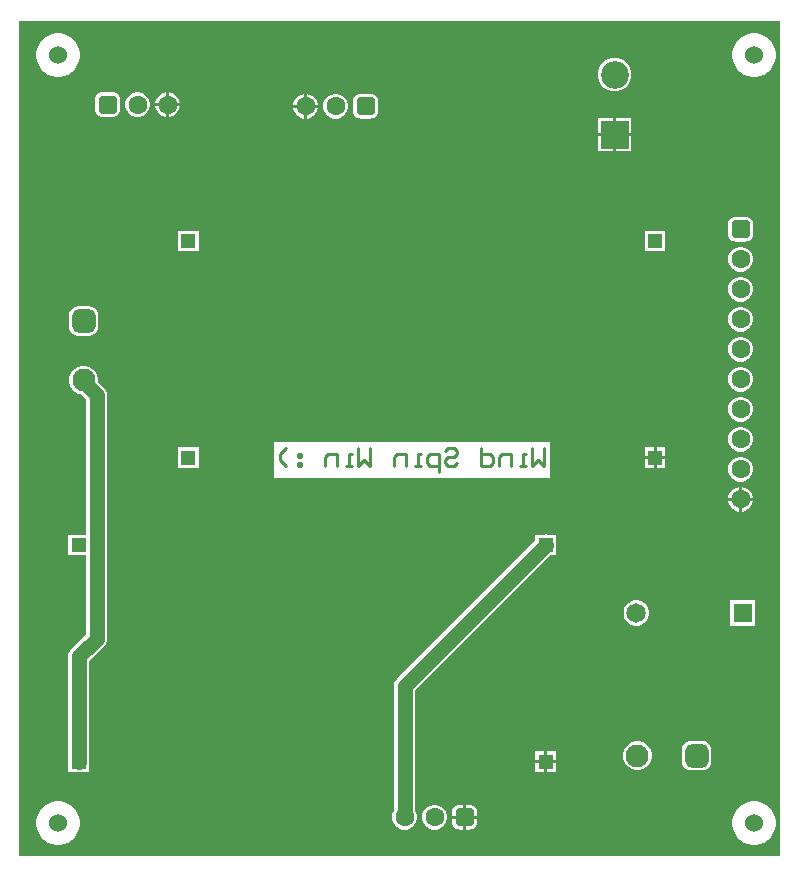
<source format=gbr>
%TF.GenerationSoftware,Altium Limited,Altium Designer,24.10.1 (45)*%
G04 Layer_Physical_Order=2*
G04 Layer_Color=16711680*
%FSLAX45Y45*%
%MOMM*%
%TF.SameCoordinates,1B4FBE81-C601-4199-8564-D531C79600A2*%
%TF.FilePolarity,Positive*%
%TF.FileFunction,Copper,L2,Bot,Signal*%
%TF.Part,Single*%
G01*
G75*
%TA.AperFunction,Conductor*%
%ADD10C,1.27000*%
%TA.AperFunction,NonConductor*%
%ADD11C,0.25400*%
%TA.AperFunction,WasherPad*%
%ADD12C,1.52400*%
%TA.AperFunction,ComponentPad*%
%ADD13C,1.60000*%
G04:AMPARAMS|DCode=14|XSize=1.6mm|YSize=1.6mm|CornerRadius=0.4mm|HoleSize=0mm|Usage=FLASHONLY|Rotation=270.000|XOffset=0mm|YOffset=0mm|HoleType=Round|Shape=RoundedRectangle|*
%AMROUNDEDRECTD14*
21,1,1.60000,0.80000,0,0,270.0*
21,1,0.80000,1.60000,0,0,270.0*
1,1,0.80000,-0.40000,-0.40000*
1,1,0.80000,-0.40000,0.40000*
1,1,0.80000,0.40000,0.40000*
1,1,0.80000,0.40000,-0.40000*
%
%ADD14ROUNDEDRECTD14*%
%ADD15R,1.24000X1.24000*%
%ADD16C,1.95000*%
G04:AMPARAMS|DCode=17|XSize=1.95mm|YSize=1.95mm|CornerRadius=0.4875mm|HoleSize=0mm|Usage=FLASHONLY|Rotation=180.000|XOffset=0mm|YOffset=0mm|HoleType=Round|Shape=RoundedRectangle|*
%AMROUNDEDRECTD17*
21,1,1.95000,0.97500,0,0,180.0*
21,1,0.97500,1.95000,0,0,180.0*
1,1,0.97500,-0.48750,0.48750*
1,1,0.97500,0.48750,0.48750*
1,1,0.97500,0.48750,-0.48750*
1,1,0.97500,-0.48750,-0.48750*
%
%ADD17ROUNDEDRECTD17*%
G04:AMPARAMS|DCode=18|XSize=1.95mm|YSize=1.95mm|CornerRadius=0.4875mm|HoleSize=0mm|Usage=FLASHONLY|Rotation=270.000|XOffset=0mm|YOffset=0mm|HoleType=Round|Shape=RoundedRectangle|*
%AMROUNDEDRECTD18*
21,1,1.95000,0.97500,0,0,270.0*
21,1,0.97500,1.95000,0,0,270.0*
1,1,0.97500,-0.48750,-0.48750*
1,1,0.97500,-0.48750,0.48750*
1,1,0.97500,0.48750,0.48750*
1,1,0.97500,0.48750,-0.48750*
%
%ADD18ROUNDEDRECTD18*%
G04:AMPARAMS|DCode=19|XSize=1.6mm|YSize=1.6mm|CornerRadius=0.4mm|HoleSize=0mm|Usage=FLASHONLY|Rotation=180.000|XOffset=0mm|YOffset=0mm|HoleType=Round|Shape=RoundedRectangle|*
%AMROUNDEDRECTD19*
21,1,1.60000,0.80000,0,0,180.0*
21,1,0.80000,1.60000,0,0,180.0*
1,1,0.80000,-0.40000,0.40000*
1,1,0.80000,0.40000,0.40000*
1,1,0.80000,0.40000,-0.40000*
1,1,0.80000,-0.40000,-0.40000*
%
%ADD19ROUNDEDRECTD19*%
%ADD20R,2.35000X2.35000*%
%ADD21C,2.35000*%
%ADD22R,1.65000X1.65000*%
%ADD23C,1.65000*%
G36*
X6438900Y0D02*
X0D01*
Y7073900D01*
X6438900D01*
Y0D01*
D02*
G37*
%LPC*%
G36*
X6241260Y6967200D02*
X6204740D01*
X6168921Y6960075D01*
X6135180Y6946099D01*
X6104814Y6925810D01*
X6078990Y6899986D01*
X6058701Y6869620D01*
X6044725Y6835879D01*
X6037600Y6800060D01*
Y6763540D01*
X6044725Y6727721D01*
X6058701Y6693980D01*
X6078990Y6663614D01*
X6104814Y6637790D01*
X6135180Y6617501D01*
X6168921Y6603525D01*
X6204740Y6596400D01*
X6241260D01*
X6277079Y6603525D01*
X6310820Y6617501D01*
X6341186Y6637790D01*
X6367010Y6663614D01*
X6387299Y6693980D01*
X6401275Y6727721D01*
X6408400Y6763540D01*
Y6800060D01*
X6401275Y6835879D01*
X6387299Y6869620D01*
X6367010Y6899986D01*
X6341186Y6925810D01*
X6310820Y6946099D01*
X6277079Y6960075D01*
X6241260Y6967200D01*
D02*
G37*
G36*
X348460D02*
X311940D01*
X276121Y6960075D01*
X242380Y6946099D01*
X212014Y6925810D01*
X186190Y6899986D01*
X165901Y6869620D01*
X151925Y6835879D01*
X144800Y6800060D01*
Y6763540D01*
X151925Y6727721D01*
X165901Y6693980D01*
X186190Y6663614D01*
X212014Y6637790D01*
X242380Y6617501D01*
X276121Y6603525D01*
X311940Y6596400D01*
X348460D01*
X384279Y6603525D01*
X418020Y6617501D01*
X448386Y6637790D01*
X474210Y6663614D01*
X494499Y6693980D01*
X508475Y6727721D01*
X515600Y6763540D01*
Y6800060D01*
X508475Y6835879D01*
X494499Y6869620D01*
X474210Y6899986D01*
X448386Y6925810D01*
X418020Y6946099D01*
X384279Y6960075D01*
X348460Y6967200D01*
D02*
G37*
G36*
X5060713Y6759600D02*
X5023087D01*
X4986743Y6749862D01*
X4954157Y6731049D01*
X4927551Y6704443D01*
X4908738Y6671857D01*
X4899000Y6635513D01*
Y6597887D01*
X4908738Y6561543D01*
X4927551Y6528957D01*
X4954157Y6502351D01*
X4986743Y6483538D01*
X5023087Y6473800D01*
X5060713D01*
X5097057Y6483538D01*
X5129643Y6502351D01*
X5156249Y6528957D01*
X5175062Y6561543D01*
X5184800Y6597887D01*
Y6635513D01*
X5175062Y6671857D01*
X5156249Y6704443D01*
X5129643Y6731049D01*
X5097057Y6749862D01*
X5060713Y6759600D01*
D02*
G37*
G36*
X1271176Y6468100D02*
X1270000D01*
Y6375400D01*
X1362700D01*
Y6376576D01*
X1355517Y6403383D01*
X1341641Y6427417D01*
X1322017Y6447041D01*
X1297983Y6460917D01*
X1271176Y6468100D01*
D02*
G37*
G36*
X1244600D02*
X1243424D01*
X1216617Y6460917D01*
X1192583Y6447041D01*
X1172959Y6427417D01*
X1159083Y6403383D01*
X1151900Y6376576D01*
Y6375400D01*
X1244600D01*
Y6468100D01*
D02*
G37*
G36*
X2439576Y6455400D02*
X2438400D01*
Y6362700D01*
X2531100D01*
Y6363876D01*
X2523917Y6390683D01*
X2510041Y6414717D01*
X2490417Y6434341D01*
X2466383Y6448217D01*
X2439576Y6455400D01*
D02*
G37*
G36*
X2413000D02*
X2411824D01*
X2385017Y6448217D01*
X2360983Y6434341D01*
X2341359Y6414717D01*
X2327483Y6390683D01*
X2320300Y6363876D01*
Y6362700D01*
X2413000D01*
Y6455400D01*
D02*
G37*
G36*
X1362700Y6350000D02*
X1270000D01*
Y6257300D01*
X1271176D01*
X1297983Y6264483D01*
X1322017Y6278359D01*
X1341641Y6297983D01*
X1355517Y6322017D01*
X1362700Y6348824D01*
Y6350000D01*
D02*
G37*
G36*
X1244600D02*
X1151900D01*
Y6348824D01*
X1159083Y6322017D01*
X1172959Y6297983D01*
X1192583Y6278359D01*
X1216617Y6264483D01*
X1243424Y6257300D01*
X1244600D01*
Y6350000D01*
D02*
G37*
G36*
X1017176Y6468100D02*
X989424D01*
X962617Y6460917D01*
X938583Y6447041D01*
X918959Y6427417D01*
X905083Y6403383D01*
X897900Y6376576D01*
Y6348824D01*
X905083Y6322017D01*
X918959Y6297983D01*
X938583Y6278359D01*
X962617Y6264483D01*
X989424Y6257300D01*
X1017176D01*
X1043983Y6264483D01*
X1068017Y6278359D01*
X1087641Y6297983D01*
X1101517Y6322017D01*
X1108700Y6348824D01*
Y6376576D01*
X1101517Y6403383D01*
X1087641Y6427417D01*
X1068017Y6447041D01*
X1043983Y6460917D01*
X1017176Y6468100D01*
D02*
G37*
G36*
X789300Y6468664D02*
X709300D01*
X692227Y6466417D01*
X676318Y6459827D01*
X662656Y6449344D01*
X652173Y6435682D01*
X645583Y6419773D01*
X643336Y6402700D01*
Y6322700D01*
X645583Y6305627D01*
X652173Y6289718D01*
X662656Y6276056D01*
X676318Y6265573D01*
X692227Y6258983D01*
X709300Y6256736D01*
X789300D01*
X806373Y6258983D01*
X822282Y6265573D01*
X835944Y6276056D01*
X846427Y6289718D01*
X853017Y6305627D01*
X855264Y6322700D01*
Y6402700D01*
X853017Y6419773D01*
X846427Y6435682D01*
X835944Y6449344D01*
X822282Y6459827D01*
X806373Y6466417D01*
X789300Y6468664D01*
D02*
G37*
G36*
X2693576Y6455400D02*
X2665824D01*
X2639017Y6448217D01*
X2614983Y6434341D01*
X2595359Y6414717D01*
X2581483Y6390683D01*
X2574300Y6363876D01*
Y6336124D01*
X2581483Y6309317D01*
X2595359Y6285283D01*
X2614983Y6265659D01*
X2639017Y6251783D01*
X2665824Y6244600D01*
X2693576D01*
X2720383Y6251783D01*
X2744417Y6265659D01*
X2764041Y6285283D01*
X2777917Y6309317D01*
X2785100Y6336124D01*
Y6363876D01*
X2777917Y6390683D01*
X2764041Y6414717D01*
X2744417Y6434341D01*
X2720383Y6448217D01*
X2693576Y6455400D01*
D02*
G37*
G36*
X2531100Y6337300D02*
X2438400D01*
Y6244600D01*
X2439576D01*
X2466383Y6251783D01*
X2490417Y6265659D01*
X2510041Y6285283D01*
X2523917Y6309317D01*
X2531100Y6336124D01*
Y6337300D01*
D02*
G37*
G36*
X2413000D02*
X2320300D01*
Y6336124D01*
X2327483Y6309317D01*
X2341359Y6285283D01*
X2360983Y6265659D01*
X2385017Y6251783D01*
X2411824Y6244600D01*
X2413000D01*
Y6337300D01*
D02*
G37*
G36*
X2973700Y6455964D02*
X2893700D01*
X2876627Y6453717D01*
X2860718Y6447127D01*
X2847056Y6436644D01*
X2836573Y6422982D01*
X2829983Y6407073D01*
X2827736Y6390000D01*
Y6310000D01*
X2829983Y6292927D01*
X2836573Y6277018D01*
X2847056Y6263356D01*
X2860718Y6252873D01*
X2876627Y6246283D01*
X2893700Y6244036D01*
X2973700D01*
X2990773Y6246283D01*
X3006682Y6252873D01*
X3020344Y6263356D01*
X3030827Y6277018D01*
X3037417Y6292927D01*
X3039664Y6310000D01*
Y6390000D01*
X3037417Y6407073D01*
X3030827Y6422982D01*
X3020344Y6436644D01*
X3006682Y6447127D01*
X2990773Y6453717D01*
X2973700Y6455964D01*
D02*
G37*
G36*
X5184800Y6251600D02*
X5054600D01*
Y6121400D01*
X5184800D01*
Y6251600D01*
D02*
G37*
G36*
X5029200D02*
X4899000D01*
Y6121400D01*
X5029200D01*
Y6251600D01*
D02*
G37*
G36*
X5184800Y6096000D02*
X5054600D01*
Y5965800D01*
X5184800D01*
Y6096000D01*
D02*
G37*
G36*
X5029200D02*
X4899000D01*
Y5965800D01*
X5029200D01*
Y6096000D01*
D02*
G37*
G36*
X6148700Y5414564D02*
X6068700D01*
X6051627Y5412317D01*
X6035718Y5405727D01*
X6022056Y5395244D01*
X6011573Y5381582D01*
X6004983Y5365673D01*
X6002736Y5348600D01*
Y5268600D01*
X6004983Y5251527D01*
X6011573Y5235618D01*
X6022056Y5221956D01*
X6035718Y5211473D01*
X6051627Y5204883D01*
X6068700Y5202636D01*
X6148700D01*
X6165773Y5204883D01*
X6181682Y5211473D01*
X6195344Y5221956D01*
X6205827Y5235618D01*
X6212417Y5251527D01*
X6214664Y5268600D01*
Y5348600D01*
X6212417Y5365673D01*
X6205827Y5381582D01*
X6195344Y5395244D01*
X6181682Y5405727D01*
X6165773Y5412317D01*
X6148700Y5414564D01*
D02*
G37*
G36*
X5472200Y5294400D02*
X5297400D01*
Y5119600D01*
X5472200D01*
Y5294400D01*
D02*
G37*
G36*
X1519960D02*
X1345160D01*
Y5119600D01*
X1519960D01*
Y5294400D01*
D02*
G37*
G36*
X6122576Y5160000D02*
X6094824D01*
X6068017Y5152817D01*
X6043983Y5138941D01*
X6024359Y5119317D01*
X6010483Y5095283D01*
X6003300Y5068476D01*
Y5040724D01*
X6010483Y5013917D01*
X6024359Y4989883D01*
X6043983Y4970259D01*
X6068017Y4956383D01*
X6094824Y4949200D01*
X6122576D01*
X6149383Y4956383D01*
X6173417Y4970259D01*
X6193041Y4989883D01*
X6206917Y5013917D01*
X6214100Y5040724D01*
Y5068476D01*
X6206917Y5095283D01*
X6193041Y5119317D01*
X6173417Y5138941D01*
X6149383Y5152817D01*
X6122576Y5160000D01*
D02*
G37*
G36*
Y4906000D02*
X6094824D01*
X6068017Y4898817D01*
X6043983Y4884941D01*
X6024359Y4865317D01*
X6010483Y4841283D01*
X6003300Y4814476D01*
Y4786724D01*
X6010483Y4759917D01*
X6024359Y4735883D01*
X6043983Y4716259D01*
X6068017Y4702383D01*
X6094824Y4695200D01*
X6122576D01*
X6149383Y4702383D01*
X6173417Y4716259D01*
X6193041Y4735883D01*
X6206917Y4759917D01*
X6214100Y4786724D01*
Y4814476D01*
X6206917Y4841283D01*
X6193041Y4865317D01*
X6173417Y4884941D01*
X6149383Y4898817D01*
X6122576Y4906000D01*
D02*
G37*
G36*
Y4652000D02*
X6094824D01*
X6068017Y4644817D01*
X6043983Y4630941D01*
X6024359Y4611317D01*
X6010483Y4587283D01*
X6003300Y4560476D01*
Y4532724D01*
X6010483Y4505917D01*
X6024359Y4481883D01*
X6043983Y4462259D01*
X6068017Y4448383D01*
X6094824Y4441200D01*
X6122576D01*
X6149383Y4448383D01*
X6173417Y4462259D01*
X6193041Y4481883D01*
X6206917Y4505917D01*
X6214100Y4532724D01*
Y4560476D01*
X6206917Y4587283D01*
X6193041Y4611317D01*
X6173417Y4630941D01*
X6149383Y4644817D01*
X6122576Y4652000D01*
D02*
G37*
G36*
X594850Y4653439D02*
X497350D01*
X477993Y4650891D01*
X459955Y4643419D01*
X444466Y4631534D01*
X432580Y4616044D01*
X425109Y4598007D01*
X422560Y4578649D01*
Y4481150D01*
X425109Y4461792D01*
X432580Y4443755D01*
X444466Y4428265D01*
X459955Y4416380D01*
X477993Y4408908D01*
X497350Y4406360D01*
X594850D01*
X614207Y4408908D01*
X632245Y4416380D01*
X647734Y4428265D01*
X659620Y4443755D01*
X667091Y4461792D01*
X669640Y4481150D01*
Y4578649D01*
X667091Y4598007D01*
X659620Y4616044D01*
X647734Y4631534D01*
X632245Y4643419D01*
X614207Y4650891D01*
X594850Y4653439D01*
D02*
G37*
G36*
X6122576Y4398000D02*
X6094824D01*
X6068017Y4390817D01*
X6043983Y4376941D01*
X6024359Y4357317D01*
X6010483Y4333283D01*
X6003300Y4306476D01*
Y4278724D01*
X6010483Y4251917D01*
X6024359Y4227883D01*
X6043983Y4208259D01*
X6068017Y4194383D01*
X6094824Y4187200D01*
X6122576D01*
X6149383Y4194383D01*
X6173417Y4208259D01*
X6193041Y4227883D01*
X6206917Y4251917D01*
X6214100Y4278724D01*
Y4306476D01*
X6206917Y4333283D01*
X6193041Y4357317D01*
X6173417Y4376941D01*
X6149383Y4390817D01*
X6122576Y4398000D01*
D02*
G37*
G36*
Y4144000D02*
X6094824D01*
X6068017Y4136817D01*
X6043983Y4122941D01*
X6024359Y4103317D01*
X6010483Y4079283D01*
X6003300Y4052476D01*
Y4024724D01*
X6010483Y3997917D01*
X6024359Y3973883D01*
X6043983Y3954259D01*
X6068017Y3940383D01*
X6094824Y3933200D01*
X6122576D01*
X6149383Y3940383D01*
X6173417Y3954259D01*
X6193041Y3973883D01*
X6206917Y3997917D01*
X6214100Y4024724D01*
Y4052476D01*
X6206917Y4079283D01*
X6193041Y4103317D01*
X6173417Y4122941D01*
X6149383Y4136817D01*
X6122576Y4144000D01*
D02*
G37*
G36*
Y3890000D02*
X6094824D01*
X6068017Y3882817D01*
X6043983Y3868941D01*
X6024359Y3849317D01*
X6010483Y3825283D01*
X6003300Y3798476D01*
Y3770724D01*
X6010483Y3743917D01*
X6024359Y3719883D01*
X6043983Y3700259D01*
X6068017Y3686383D01*
X6094824Y3679200D01*
X6122576D01*
X6149383Y3686383D01*
X6173417Y3700259D01*
X6193041Y3719883D01*
X6206917Y3743917D01*
X6214100Y3770724D01*
Y3798476D01*
X6206917Y3825283D01*
X6193041Y3849317D01*
X6173417Y3868941D01*
X6149383Y3882817D01*
X6122576Y3890000D01*
D02*
G37*
G36*
Y3636000D02*
X6094824D01*
X6068017Y3628817D01*
X6043983Y3614941D01*
X6024359Y3595317D01*
X6010483Y3571283D01*
X6003300Y3544476D01*
Y3516724D01*
X6010483Y3489917D01*
X6024359Y3465883D01*
X6043983Y3446259D01*
X6068017Y3432383D01*
X6094824Y3425200D01*
X6122576D01*
X6149383Y3432383D01*
X6173417Y3446259D01*
X6193041Y3465883D01*
X6206917Y3489917D01*
X6214100Y3516724D01*
Y3544476D01*
X6206917Y3571283D01*
X6193041Y3595317D01*
X6173417Y3614941D01*
X6149383Y3628817D01*
X6122576Y3636000D01*
D02*
G37*
G36*
X5472200Y3460520D02*
X5397500D01*
Y3385820D01*
X5472200D01*
Y3460520D01*
D02*
G37*
G36*
X5372100D02*
X5297400D01*
Y3385820D01*
X5372100D01*
Y3460520D01*
D02*
G37*
G36*
X5472200Y3360420D02*
X5397500D01*
Y3285720D01*
X5472200D01*
Y3360420D01*
D02*
G37*
G36*
X5372100D02*
X5297400D01*
Y3285720D01*
X5372100D01*
Y3360420D01*
D02*
G37*
G36*
X1519960Y3460520D02*
X1345160D01*
Y3285720D01*
X1519960D01*
Y3460520D01*
D02*
G37*
G36*
X4495800Y3505134D02*
X2159723D01*
Y3200400D01*
X4495800D01*
Y3505134D01*
D02*
G37*
G36*
X6122576Y3382000D02*
X6094824D01*
X6068017Y3374817D01*
X6043983Y3360941D01*
X6024359Y3341317D01*
X6010483Y3317283D01*
X6003300Y3290476D01*
Y3262724D01*
X6010483Y3235917D01*
X6024359Y3211883D01*
X6043983Y3192259D01*
X6068017Y3178383D01*
X6094824Y3171200D01*
X6122576D01*
X6149383Y3178383D01*
X6173417Y3192259D01*
X6193041Y3211883D01*
X6206917Y3235917D01*
X6214100Y3262724D01*
Y3290476D01*
X6206917Y3317283D01*
X6193041Y3341317D01*
X6173417Y3360941D01*
X6149383Y3374817D01*
X6122576Y3382000D01*
D02*
G37*
G36*
Y3128000D02*
X6121400D01*
Y3035300D01*
X6214100D01*
Y3036476D01*
X6206917Y3063283D01*
X6193041Y3087317D01*
X6173417Y3106941D01*
X6149383Y3120817D01*
X6122576Y3128000D01*
D02*
G37*
G36*
X6096000D02*
X6094824D01*
X6068017Y3120817D01*
X6043983Y3106941D01*
X6024359Y3087317D01*
X6010483Y3063283D01*
X6003300Y3036476D01*
Y3035300D01*
X6096000D01*
Y3128000D01*
D02*
G37*
G36*
X6214100Y3009900D02*
X6121400D01*
Y2917200D01*
X6122576D01*
X6149383Y2924383D01*
X6173417Y2938259D01*
X6193041Y2957883D01*
X6206917Y2981917D01*
X6214100Y3008724D01*
Y3009900D01*
D02*
G37*
G36*
X6096000D02*
X6003300D01*
Y3008724D01*
X6010483Y2981917D01*
X6024359Y2957883D01*
X6043983Y2938259D01*
X6068017Y2924383D01*
X6094824Y2917200D01*
X6096000D01*
Y3009900D01*
D02*
G37*
G36*
X6234800Y2165300D02*
X6019000D01*
Y1949500D01*
X6234800D01*
Y2165300D01*
D02*
G37*
G36*
X5241105D02*
X5212695D01*
X5185252Y2157947D01*
X5160648Y2143741D01*
X5140558Y2123652D01*
X5126353Y2099048D01*
X5119000Y2071605D01*
Y2043195D01*
X5126353Y2015752D01*
X5140558Y1991148D01*
X5160648Y1971059D01*
X5185252Y1956853D01*
X5212695Y1949500D01*
X5241105D01*
X5268548Y1956853D01*
X5293152Y1971059D01*
X5313241Y1991148D01*
X5327447Y2015752D01*
X5334800Y2043195D01*
Y2071605D01*
X5327447Y2099048D01*
X5313241Y2123652D01*
X5293152Y2143741D01*
X5268548Y2157947D01*
X5241105Y2165300D01*
D02*
G37*
G36*
X4545100Y887500D02*
X4470400D01*
Y812800D01*
X4545100D01*
Y887500D01*
D02*
G37*
G36*
X4445000D02*
X4370300D01*
Y812800D01*
X4445000D01*
Y887500D01*
D02*
G37*
G36*
X5252581Y973800D02*
X5220220D01*
X5188963Y965425D01*
X5160938Y949244D01*
X5138056Y926362D01*
X5121876Y898338D01*
X5113501Y867080D01*
Y834720D01*
X5121876Y803462D01*
X5138056Y775438D01*
X5160938Y752556D01*
X5188963Y736375D01*
X5220220Y728000D01*
X5252581D01*
X5283838Y736375D01*
X5311863Y752556D01*
X5334745Y775438D01*
X5350925Y803462D01*
X5359300Y834720D01*
Y867080D01*
X5350925Y898338D01*
X5334745Y926362D01*
X5311863Y949244D01*
X5283838Y965425D01*
X5252581Y973800D01*
D02*
G37*
G36*
X5785149Y974440D02*
X5687650D01*
X5668292Y971891D01*
X5650255Y964420D01*
X5634765Y952534D01*
X5622880Y937045D01*
X5615408Y919007D01*
X5612860Y899650D01*
Y802150D01*
X5615408Y782793D01*
X5622880Y764755D01*
X5634765Y749266D01*
X5650255Y737380D01*
X5668292Y729909D01*
X5687650Y727360D01*
X5785149D01*
X5804507Y729909D01*
X5822544Y737380D01*
X5838034Y749266D01*
X5849919Y764755D01*
X5857391Y782793D01*
X5859939Y802150D01*
Y899650D01*
X5857391Y919007D01*
X5849919Y937045D01*
X5838034Y952534D01*
X5822544Y964420D01*
X5804507Y971891D01*
X5785149Y974440D01*
D02*
G37*
G36*
X4545100Y787400D02*
X4470400D01*
Y712700D01*
X4545100D01*
Y787400D01*
D02*
G37*
G36*
X4445000D02*
X4370300D01*
Y712700D01*
X4445000D01*
Y787400D01*
D02*
G37*
G36*
X562280Y4152800D02*
X529920D01*
X498662Y4144425D01*
X470638Y4128245D01*
X447756Y4105363D01*
X431575Y4077338D01*
X423200Y4046081D01*
Y4013720D01*
X431575Y3982463D01*
X447756Y3954438D01*
X470638Y3931556D01*
X498662Y3915376D01*
X521547Y3909244D01*
X566693Y3864098D01*
Y2721380D01*
X418060D01*
Y2546580D01*
X566693D01*
Y1879043D01*
X442056Y1754406D01*
X427806Y1735835D01*
X418848Y1714209D01*
X415793Y1691002D01*
Y800100D01*
X418060Y782879D01*
Y712700D01*
X488239D01*
X505460Y710433D01*
X522681Y712700D01*
X592860D01*
Y782879D01*
X595127Y800100D01*
Y1653860D01*
X719764Y1778498D01*
X734014Y1797068D01*
X742972Y1818694D01*
X746027Y1841902D01*
Y3901240D01*
X742972Y3924447D01*
X734014Y3946073D01*
X719764Y3964644D01*
X669000Y4015408D01*
Y4046081D01*
X660625Y4077338D01*
X644444Y4105363D01*
X621562Y4128245D01*
X593538Y4144425D01*
X562280Y4152800D01*
D02*
G37*
G36*
X3811900Y436164D02*
X3784600D01*
Y342900D01*
X3877864D01*
Y370200D01*
X3875617Y387273D01*
X3869027Y403182D01*
X3858544Y416844D01*
X3844882Y427327D01*
X3828973Y433917D01*
X3811900Y436164D01*
D02*
G37*
G36*
X3759200D02*
X3731900D01*
X3714827Y433917D01*
X3698918Y427327D01*
X3685256Y416844D01*
X3674773Y403182D01*
X3668183Y387273D01*
X3665936Y370200D01*
Y342900D01*
X3759200D01*
Y436164D01*
D02*
G37*
G36*
X3531776Y435600D02*
X3504024D01*
X3477217Y428417D01*
X3453183Y414541D01*
X3433559Y394917D01*
X3419683Y370883D01*
X3412500Y344076D01*
Y316324D01*
X3419683Y289517D01*
X3433559Y265483D01*
X3453183Y245859D01*
X3477217Y231983D01*
X3504024Y224800D01*
X3531776D01*
X3558583Y231983D01*
X3582617Y245859D01*
X3602241Y265483D01*
X3616117Y289517D01*
X3623300Y316324D01*
Y344076D01*
X3616117Y370883D01*
X3602241Y394917D01*
X3582617Y414541D01*
X3558583Y428417D01*
X3531776Y435600D01*
D02*
G37*
G36*
X4457700Y2723647D02*
X4440479Y2721380D01*
X4370300D01*
Y2673389D01*
X3200496Y1503584D01*
X3186246Y1485014D01*
X3177288Y1463387D01*
X3174233Y1440180D01*
Y385692D01*
X3165683Y370883D01*
X3158500Y344076D01*
Y316324D01*
X3165683Y289517D01*
X3179559Y265483D01*
X3199183Y245859D01*
X3223217Y231983D01*
X3250024Y224800D01*
X3277776D01*
X3304583Y231983D01*
X3328617Y245859D01*
X3348241Y265483D01*
X3362117Y289517D01*
X3369300Y316324D01*
Y344076D01*
X3362117Y370883D01*
X3353567Y385692D01*
Y1403039D01*
X4497109Y2546580D01*
X4545100D01*
Y2616759D01*
X4547367Y2633980D01*
X4545100Y2651201D01*
Y2721380D01*
X4474921D01*
X4457700Y2723647D01*
D02*
G37*
G36*
X3877864Y317500D02*
X3784600D01*
Y224236D01*
X3811900D01*
X3828973Y226483D01*
X3844882Y233073D01*
X3858544Y243556D01*
X3869027Y257218D01*
X3875617Y273127D01*
X3877864Y290200D01*
Y317500D01*
D02*
G37*
G36*
X3759200D02*
X3665936D01*
Y290200D01*
X3668183Y273127D01*
X3674773Y257218D01*
X3685256Y243556D01*
X3698918Y233073D01*
X3714827Y226483D01*
X3731900Y224236D01*
X3759200D01*
Y317500D01*
D02*
G37*
G36*
X6241260Y464800D02*
X6204740D01*
X6168921Y457675D01*
X6135180Y443699D01*
X6104814Y423410D01*
X6078990Y397586D01*
X6058701Y367220D01*
X6044725Y333479D01*
X6037600Y297660D01*
Y261140D01*
X6044725Y225321D01*
X6058701Y191580D01*
X6078990Y161214D01*
X6104814Y135390D01*
X6135180Y115101D01*
X6168921Y101125D01*
X6204740Y94000D01*
X6241260D01*
X6277079Y101125D01*
X6310820Y115101D01*
X6341186Y135390D01*
X6367010Y161214D01*
X6387299Y191580D01*
X6401275Y225321D01*
X6408400Y261140D01*
Y297660D01*
X6401275Y333479D01*
X6387299Y367220D01*
X6367010Y397586D01*
X6341186Y423410D01*
X6310820Y443699D01*
X6277079Y457675D01*
X6241260Y464800D01*
D02*
G37*
G36*
X348460D02*
X311940D01*
X276121Y457675D01*
X242380Y443699D01*
X212014Y423410D01*
X186190Y397586D01*
X165901Y367220D01*
X151925Y333479D01*
X144800Y297660D01*
Y261140D01*
X151925Y225321D01*
X165901Y191580D01*
X186190Y161214D01*
X212014Y135390D01*
X242380Y115101D01*
X276121Y101125D01*
X311940Y94000D01*
X348460D01*
X384279Y101125D01*
X418020Y115101D01*
X448386Y135390D01*
X474210Y161214D01*
X494499Y191580D01*
X508475Y225321D01*
X515600Y261140D01*
Y297660D01*
X508475Y333479D01*
X494499Y367220D01*
X474210Y397586D01*
X448386Y423410D01*
X418020Y443699D01*
X384279Y457675D01*
X348460Y464800D01*
D02*
G37*
%LPD*%
D10*
X546100Y4011500D02*
X656360Y3901240D01*
Y1841902D02*
Y3901240D01*
X546100Y4011500D02*
Y4029901D01*
X505460Y1691002D02*
X656360Y1841902D01*
X505460Y800100D02*
Y1691002D01*
X3263900Y1440180D02*
X4457700Y2633980D01*
X3263900Y330200D02*
Y1440180D01*
D11*
X4445000Y3454334D02*
Y3301983D01*
X4394217Y3352767D01*
X4343433Y3301983D01*
Y3454334D01*
X4292649Y3301983D02*
X4241866D01*
X4267257D01*
Y3403551D01*
X4292649D01*
X4165690Y3301983D02*
Y3403551D01*
X4089515D01*
X4064123Y3378159D01*
Y3301983D01*
X3911772Y3454334D02*
Y3301983D01*
X3987948D01*
X4013340Y3327375D01*
Y3378159D01*
X3987948Y3403551D01*
X3911772D01*
X3607071Y3428942D02*
X3632463Y3454334D01*
X3683246D01*
X3708638Y3428942D01*
Y3403551D01*
X3683246Y3378159D01*
X3632463D01*
X3607071Y3352767D01*
Y3327375D01*
X3632463Y3301983D01*
X3683246D01*
X3708638Y3327375D01*
X3556288Y3251200D02*
Y3403551D01*
X3480112D01*
X3454720Y3378159D01*
Y3327375D01*
X3480112Y3301983D01*
X3556288D01*
X3403937D02*
X3353153D01*
X3378545D01*
Y3403551D01*
X3403937D01*
X3276978Y3301983D02*
Y3403551D01*
X3200803D01*
X3175411Y3378159D01*
Y3301983D01*
X2972277Y3454334D02*
Y3301983D01*
X2921493Y3352767D01*
X2870709Y3301983D01*
Y3454334D01*
X2819926Y3301983D02*
X2769142D01*
X2794534D01*
Y3403551D01*
X2819926D01*
X2692967Y3301983D02*
Y3403551D01*
X2616792D01*
X2591400Y3378159D01*
Y3301983D01*
X2388265Y3403551D02*
X2362874D01*
Y3378159D01*
X2388265D01*
Y3403551D01*
Y3327375D02*
X2362874D01*
Y3301983D01*
X2388265D01*
Y3327375D01*
X2261307Y3301983D02*
X2210523Y3352767D01*
Y3403551D01*
X2261307Y3454334D01*
D12*
X330200Y279400D02*
D03*
X6223000D02*
D03*
X330200Y6781800D02*
D03*
X6223000D02*
D03*
D13*
X6108700Y3530600D02*
D03*
Y3784600D02*
D03*
Y4292600D02*
D03*
Y4800600D02*
D03*
Y5054600D02*
D03*
Y4546600D02*
D03*
Y4038600D02*
D03*
Y3276600D02*
D03*
Y3022600D02*
D03*
X3517900Y330200D02*
D03*
X3263900D02*
D03*
X2425700Y6350000D02*
D03*
X2679700D02*
D03*
X1257300Y6362700D02*
D03*
X1003300D02*
D03*
D14*
X6108700Y5308600D02*
D03*
D15*
X4457700Y800100D02*
D03*
X505460Y2633980D02*
D03*
Y800100D02*
D03*
X1432560Y5207000D02*
D03*
Y3373120D02*
D03*
X4457700Y2633980D02*
D03*
X5384800Y3373120D02*
D03*
Y5207000D02*
D03*
D16*
X5236400Y850900D02*
D03*
X546100Y4029901D02*
D03*
D17*
X5736399Y850900D02*
D03*
D18*
X546100Y4529899D02*
D03*
D19*
X3771900Y330200D02*
D03*
X2933700Y6350000D02*
D03*
X749300Y6362700D02*
D03*
D20*
X5041900Y6108700D02*
D03*
D21*
Y6616700D02*
D03*
D22*
X6126900Y2057400D02*
D03*
D23*
X5226900D02*
D03*
%TF.MD5,6abffba8c1855b52e79419717a031519*%
M02*

</source>
